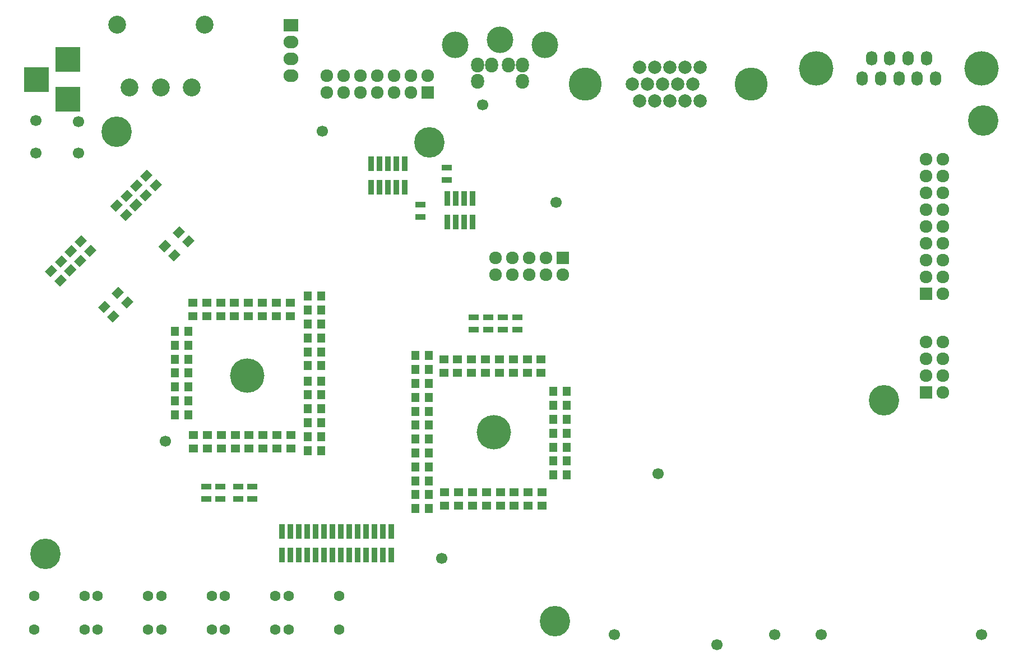
<source format=gbr>
G04 #@! TF.FileFunction,Soldermask,Bot*
%FSLAX46Y46*%
G04 Gerber Fmt 4.6, Leading zero omitted, Abs format (unit mm)*
G04 Created by KiCad (PCBNEW no-vcs-found-undefined) date Mon Oct 17 17:10:25 2016*
%MOMM*%
%LPD*%
G01*
G04 APERTURE LIST*
%ADD10C,0.100000*%
%ADD11C,5.201260*%
%ADD12O,1.701140X2.198980*%
%ADD13C,4.600000*%
%ADD14C,2.700000*%
%ADD15C,4.010000*%
%ADD16O,1.978000X2.232000*%
%ADD17R,1.450000X1.200000*%
%ADD18R,1.200000X1.450000*%
%ADD19R,3.700120X3.700120*%
%ADD20C,1.700000*%
%ADD21O,1.927200X1.927200*%
%ADD22R,1.927200X1.927200*%
%ADD23O,2.232000X1.927200*%
%ADD24R,2.232000X1.927200*%
%ADD25R,1.500000X0.900000*%
%ADD26R,0.850000X2.300000*%
%ADD27C,1.597000*%
%ADD28C,1.200000*%
%ADD29C,5.000000*%
%ADD30C,2.000000*%
%ADD31C,5.200000*%
G04 APERTURE END LIST*
D10*
D11*
X215894260Y-47762000D03*
D12*
X199244560Y-46243080D03*
X202015700Y-46243080D03*
X204784300Y-46243080D03*
X207555440Y-46243080D03*
X208939740Y-49280920D03*
X206171140Y-49280920D03*
X197860260Y-49280920D03*
X200628860Y-49280920D03*
X203400000Y-49280920D03*
D11*
X190905740Y-47762000D03*
D13*
X132450000Y-58950000D03*
X216090000Y-55680000D03*
X85190000Y-57340000D03*
X201170000Y-97930000D03*
X151430000Y-131260000D03*
X74490000Y-121120000D03*
D14*
X96600000Y-50700000D03*
X91900000Y-50700000D03*
X87200000Y-50700000D03*
X85295000Y-41170000D03*
X98505000Y-41170000D03*
D15*
X149910000Y-44260000D03*
X136390000Y-44260000D03*
D16*
X139750000Y-47250000D03*
X139750000Y-49750000D03*
X146550000Y-47250000D03*
D15*
X143150000Y-43450000D03*
D16*
X146550000Y-49750000D03*
X141850000Y-47250000D03*
X144450000Y-47250000D03*
D17*
X111440000Y-83200000D03*
X111440000Y-85200000D03*
X98940000Y-103200000D03*
X98940000Y-105200000D03*
D18*
X94040000Y-100100000D03*
X96040000Y-100100000D03*
X96040000Y-87500000D03*
X94040000Y-87500000D03*
X116140000Y-86400000D03*
X114140000Y-86400000D03*
D17*
X111540000Y-105200000D03*
X111540000Y-103200000D03*
X100940000Y-83200000D03*
X100940000Y-85200000D03*
D18*
X96040000Y-98000000D03*
X94040000Y-98000000D03*
D17*
X96840000Y-103200000D03*
X96840000Y-105200000D03*
X103040000Y-85200000D03*
X103040000Y-83200000D03*
D18*
X114140000Y-97100000D03*
X116140000Y-97100000D03*
X116140000Y-84300000D03*
X114140000Y-84300000D03*
X116140000Y-99200000D03*
X114140000Y-99200000D03*
X116140000Y-105500000D03*
X114140000Y-105500000D03*
D17*
X107240000Y-83200000D03*
X107240000Y-85200000D03*
X105140000Y-85200000D03*
X105140000Y-83200000D03*
D18*
X114140000Y-82200000D03*
X116140000Y-82200000D03*
D17*
X109340000Y-85200000D03*
X109340000Y-83200000D03*
D18*
X116140000Y-92700000D03*
X114140000Y-92700000D03*
D17*
X98840000Y-83200000D03*
X98840000Y-85200000D03*
D18*
X114140000Y-95000000D03*
X116140000Y-95000000D03*
X116140000Y-88500000D03*
X114140000Y-88500000D03*
D17*
X109440000Y-103200000D03*
X109440000Y-105200000D03*
D18*
X114140000Y-90600000D03*
X116140000Y-90600000D03*
D17*
X101040000Y-105200000D03*
X101040000Y-103200000D03*
D18*
X116140000Y-101300000D03*
X114140000Y-101300000D03*
D17*
X103140000Y-103200000D03*
X103140000Y-105200000D03*
X107340000Y-105200000D03*
X107340000Y-103200000D03*
D18*
X114140000Y-103400000D03*
X116140000Y-103400000D03*
D17*
X105240000Y-103200000D03*
X105240000Y-105200000D03*
D18*
X94040000Y-95900000D03*
X96040000Y-95900000D03*
X96040000Y-93800000D03*
X94040000Y-93800000D03*
X96040000Y-91700000D03*
X94040000Y-91700000D03*
X94040000Y-89600000D03*
X96040000Y-89600000D03*
D17*
X141100000Y-111800000D03*
X141100000Y-113800000D03*
X147250000Y-91725000D03*
X147250000Y-93725000D03*
X134650000Y-93725000D03*
X134650000Y-91725000D03*
X149500000Y-113800000D03*
X149500000Y-111800000D03*
X147400000Y-111800000D03*
X147400000Y-113800000D03*
X149350000Y-93725000D03*
X149350000Y-91725000D03*
D18*
X151200000Y-102900000D03*
X153200000Y-102900000D03*
D17*
X136750000Y-91725000D03*
X136750000Y-93725000D03*
X134800000Y-113800000D03*
X134800000Y-111800000D03*
D18*
X153200000Y-100800000D03*
X151200000Y-100800000D03*
D17*
X138850000Y-91725000D03*
X138850000Y-93725000D03*
D18*
X151200000Y-98700000D03*
X153200000Y-98700000D03*
D17*
X140950000Y-93725000D03*
X140950000Y-91725000D03*
D18*
X151200000Y-109200000D03*
X153200000Y-109200000D03*
X151200000Y-107100000D03*
X153200000Y-107100000D03*
X130375000Y-112175000D03*
X132375000Y-112175000D03*
X153200000Y-96600000D03*
X151200000Y-96600000D03*
X153200000Y-105000000D03*
X151200000Y-105000000D03*
D17*
X143050000Y-93725000D03*
X143050000Y-91725000D03*
D18*
X132375000Y-110075000D03*
X130375000Y-110075000D03*
D17*
X145150000Y-91725000D03*
X145150000Y-93725000D03*
D18*
X132375000Y-107975000D03*
X130375000Y-107975000D03*
X130375000Y-95375000D03*
X132375000Y-95375000D03*
X130375000Y-105875000D03*
X132375000Y-105875000D03*
D17*
X143200000Y-111800000D03*
X143200000Y-113800000D03*
X145300000Y-113800000D03*
X145300000Y-111800000D03*
D18*
X132375000Y-103775000D03*
X130375000Y-103775000D03*
X130375000Y-93275000D03*
X132375000Y-93275000D03*
X130375000Y-101675000D03*
X132375000Y-101675000D03*
D17*
X136900000Y-113800000D03*
X136900000Y-111800000D03*
X139000000Y-111800000D03*
X139000000Y-113800000D03*
D18*
X130375000Y-99575000D03*
X132375000Y-99575000D03*
X132375000Y-97475000D03*
X130375000Y-97475000D03*
D19*
X73151000Y-49450400D03*
X77850000Y-46450660D03*
X77850000Y-52450140D03*
D20*
X184650000Y-133300000D03*
X160450000Y-133300000D03*
X191650000Y-133300000D03*
X215850000Y-133300000D03*
D21*
X210040000Y-61530000D03*
X207500000Y-61530000D03*
X210040000Y-64070000D03*
X207500000Y-64070000D03*
X210040000Y-66610000D03*
X207500000Y-66610000D03*
X210040000Y-69150000D03*
X207500000Y-69150000D03*
X210040000Y-71690000D03*
X207500000Y-71690000D03*
X210040000Y-74230000D03*
X207500000Y-74230000D03*
X210040000Y-76770000D03*
X207500000Y-76770000D03*
X210040000Y-79310000D03*
X207500000Y-79310000D03*
X210040000Y-81850000D03*
D22*
X207500000Y-81850000D03*
D21*
X117010000Y-48860000D03*
X117010000Y-51400000D03*
X119550000Y-48860000D03*
X119550000Y-51400000D03*
X122090000Y-48860000D03*
X122090000Y-51400000D03*
X124630000Y-48860000D03*
X124630000Y-51400000D03*
X127170000Y-48860000D03*
X127170000Y-51400000D03*
X129710000Y-48860000D03*
X129710000Y-51400000D03*
X132250000Y-48860000D03*
D22*
X132250000Y-51400000D03*
D23*
X111600000Y-48920000D03*
X111600000Y-46380000D03*
X111600000Y-43840000D03*
D24*
X111600000Y-41300000D03*
D25*
X105700000Y-110950000D03*
X105700000Y-112850000D03*
X103600000Y-112850000D03*
X103600000Y-110950000D03*
X131100000Y-70250000D03*
X131100000Y-68350000D03*
X98800000Y-110950000D03*
X98800000Y-112850000D03*
X100900000Y-112850000D03*
X100900000Y-110950000D03*
X145800000Y-85350000D03*
X145800000Y-87250000D03*
X143600000Y-87250000D03*
X143600000Y-85350000D03*
X135100000Y-62750000D03*
X135100000Y-64650000D03*
X139200000Y-85350000D03*
X139200000Y-87250000D03*
X141400000Y-87250000D03*
X141400000Y-85350000D03*
D20*
X92580000Y-104100000D03*
X175900000Y-134800000D03*
X151600000Y-68000000D03*
X73000000Y-55700000D03*
X79500000Y-55800000D03*
X79500000Y-60600000D03*
X73000000Y-60600000D03*
X134300000Y-121800000D03*
X140500000Y-53300000D03*
X116300000Y-57300000D03*
X167000000Y-109000000D03*
D26*
X123670000Y-62222000D03*
X123670000Y-65778000D03*
X124940000Y-62222000D03*
X124940000Y-65778000D03*
X126210000Y-62222000D03*
X126210000Y-65778000D03*
X127480000Y-62222000D03*
X127480000Y-65778000D03*
X128750000Y-62222000D03*
X128750000Y-65778000D03*
X138960000Y-70978000D03*
X138960000Y-67422000D03*
X137690000Y-70978000D03*
X137690000Y-67422000D03*
X136420000Y-70978000D03*
X136420000Y-67422000D03*
X135150000Y-70978000D03*
X135150000Y-67422000D03*
X126760000Y-121278000D03*
X126760000Y-117722000D03*
X125490000Y-121278000D03*
X125490000Y-117722000D03*
X124220000Y-121278000D03*
X124220000Y-117722000D03*
X122950000Y-121278000D03*
X122950000Y-117722000D03*
X121680000Y-121278000D03*
X121680000Y-117722000D03*
X120410000Y-121278000D03*
X120410000Y-117722000D03*
X119140000Y-121278000D03*
X119140000Y-117722000D03*
X117870000Y-121278000D03*
X117870000Y-117722000D03*
X116600000Y-121278000D03*
X116600000Y-117722000D03*
X115330000Y-121278000D03*
X115330000Y-117722000D03*
X114060000Y-121278000D03*
X114060000Y-117722000D03*
X112790000Y-121278000D03*
X112790000Y-117722000D03*
X111520000Y-121278000D03*
X111520000Y-117722000D03*
X110250000Y-121278000D03*
X110250000Y-117722000D03*
D27*
X72790000Y-132540000D03*
X72790000Y-127460000D03*
X80410000Y-132540000D03*
X80410000Y-127460000D03*
X90010000Y-127460000D03*
X90010000Y-132540000D03*
X82390000Y-127460000D03*
X82390000Y-132540000D03*
X109210000Y-127460000D03*
X109210000Y-132540000D03*
X101590000Y-127460000D03*
X101590000Y-132540000D03*
X118810000Y-127460000D03*
X118810000Y-132540000D03*
X111190000Y-127460000D03*
X111190000Y-132540000D03*
X91990000Y-132540000D03*
X91990000Y-127460000D03*
X99610000Y-132540000D03*
X99610000Y-127460000D03*
D17*
X96740000Y-83200000D03*
X96740000Y-85200000D03*
D18*
X132375000Y-91175000D03*
X130375000Y-91175000D03*
X132375000Y-114275000D03*
X130375000Y-114275000D03*
D28*
X76747107Y-79807107D03*
D10*
G36*
X75810191Y-79895495D02*
X76835495Y-78870191D01*
X77684023Y-79718719D01*
X76658719Y-80744023D01*
X75810191Y-79895495D01*
X75810191Y-79895495D01*
G37*
D28*
X75332893Y-78392893D03*
D10*
G36*
X74395977Y-78481281D02*
X75421281Y-77455977D01*
X76269809Y-78304505D01*
X75244505Y-79329809D01*
X74395977Y-78481281D01*
X74395977Y-78481281D01*
G37*
D28*
X88147107Y-68407107D03*
D10*
G36*
X87210191Y-68495495D02*
X88235495Y-67470191D01*
X89084023Y-68318719D01*
X88058719Y-69344023D01*
X87210191Y-68495495D01*
X87210191Y-68495495D01*
G37*
D28*
X86732893Y-66992893D03*
D10*
G36*
X85795977Y-67081281D02*
X86821281Y-66055977D01*
X87669809Y-66904505D01*
X86644505Y-67929809D01*
X85795977Y-67081281D01*
X85795977Y-67081281D01*
G37*
D28*
X79832893Y-73892893D03*
D10*
G36*
X78895977Y-73981281D02*
X79921281Y-72955977D01*
X80769809Y-73804505D01*
X79744505Y-74829809D01*
X78895977Y-73981281D01*
X78895977Y-73981281D01*
G37*
D28*
X81247107Y-75307107D03*
D10*
G36*
X80310191Y-75395495D02*
X81335495Y-74370191D01*
X82184023Y-75218719D01*
X81158719Y-76244023D01*
X80310191Y-75395495D01*
X80310191Y-75395495D01*
G37*
D28*
X79747107Y-76807107D03*
D10*
G36*
X78810191Y-76895495D02*
X79835495Y-75870191D01*
X80684023Y-76718719D01*
X79658719Y-77744023D01*
X78810191Y-76895495D01*
X78810191Y-76895495D01*
G37*
D28*
X78332893Y-75392893D03*
D10*
G36*
X77395977Y-75481281D02*
X78421281Y-74455977D01*
X79269809Y-75304505D01*
X78244505Y-76329809D01*
X77395977Y-75481281D01*
X77395977Y-75481281D01*
G37*
D28*
X86647107Y-69907107D03*
D10*
G36*
X85710191Y-69995495D02*
X86735495Y-68970191D01*
X87584023Y-69818719D01*
X86558719Y-70844023D01*
X85710191Y-69995495D01*
X85710191Y-69995495D01*
G37*
D28*
X85232893Y-68492893D03*
D10*
G36*
X84295977Y-68581281D02*
X85321281Y-67555977D01*
X86169809Y-68404505D01*
X85144505Y-69429809D01*
X84295977Y-68581281D01*
X84295977Y-68581281D01*
G37*
D28*
X89647107Y-66907107D03*
D10*
G36*
X88710191Y-66995495D02*
X89735495Y-65970191D01*
X90584023Y-66818719D01*
X89558719Y-67844023D01*
X88710191Y-66995495D01*
X88710191Y-66995495D01*
G37*
D28*
X88232893Y-65492893D03*
D10*
G36*
X87295977Y-65581281D02*
X88321281Y-64555977D01*
X89169809Y-65404505D01*
X88144505Y-66429809D01*
X87295977Y-65581281D01*
X87295977Y-65581281D01*
G37*
D28*
X91147107Y-65407107D03*
D10*
G36*
X90210191Y-65495495D02*
X91235495Y-64470191D01*
X92084023Y-65318719D01*
X91058719Y-66344023D01*
X90210191Y-65495495D01*
X90210191Y-65495495D01*
G37*
D28*
X89732893Y-63992893D03*
D10*
G36*
X88795977Y-64081281D02*
X89821281Y-63055977D01*
X90669809Y-63904505D01*
X89644505Y-64929809D01*
X88795977Y-64081281D01*
X88795977Y-64081281D01*
G37*
D28*
X94632893Y-72492893D03*
D10*
G36*
X93695977Y-72581281D02*
X94721281Y-71555977D01*
X95569809Y-72404505D01*
X94544505Y-73429809D01*
X93695977Y-72581281D01*
X93695977Y-72581281D01*
G37*
D28*
X96047107Y-73907107D03*
D10*
G36*
X95110191Y-73995495D02*
X96135495Y-72970191D01*
X96984023Y-73818719D01*
X95958719Y-74844023D01*
X95110191Y-73995495D01*
X95110191Y-73995495D01*
G37*
D28*
X76832893Y-76892893D03*
D10*
G36*
X75895977Y-76981281D02*
X76921281Y-75955977D01*
X77769809Y-76804505D01*
X76744505Y-77829809D01*
X75895977Y-76981281D01*
X75895977Y-76981281D01*
G37*
D28*
X78247107Y-78307107D03*
D10*
G36*
X77310191Y-78395495D02*
X78335495Y-77370191D01*
X79184023Y-78218719D01*
X78158719Y-79244023D01*
X77310191Y-78395495D01*
X77310191Y-78395495D01*
G37*
D28*
X84747107Y-85207107D03*
D10*
G36*
X83810191Y-85295495D02*
X84835495Y-84270191D01*
X85684023Y-85118719D01*
X84658719Y-86144023D01*
X83810191Y-85295495D01*
X83810191Y-85295495D01*
G37*
D28*
X83332893Y-83792893D03*
D10*
G36*
X82395977Y-83881281D02*
X83421281Y-82855977D01*
X84269809Y-83704505D01*
X83244505Y-84729809D01*
X82395977Y-83881281D01*
X82395977Y-83881281D01*
G37*
D28*
X92532893Y-74592893D03*
D10*
G36*
X91595977Y-74681281D02*
X92621281Y-73655977D01*
X93469809Y-74504505D01*
X92444505Y-75529809D01*
X91595977Y-74681281D01*
X91595977Y-74681281D01*
G37*
D28*
X93947107Y-76007107D03*
D10*
G36*
X93010191Y-76095495D02*
X94035495Y-75070191D01*
X94884023Y-75918719D01*
X93858719Y-76944023D01*
X93010191Y-76095495D01*
X93010191Y-76095495D01*
G37*
D28*
X86847107Y-83107107D03*
D10*
G36*
X85910191Y-83195495D02*
X86935495Y-82170191D01*
X87784023Y-83018719D01*
X86758719Y-84044023D01*
X85910191Y-83195495D01*
X85910191Y-83195495D01*
G37*
D28*
X85432893Y-81692893D03*
D10*
G36*
X84495977Y-81781281D02*
X85521281Y-80755977D01*
X86369809Y-81604505D01*
X85344505Y-82629809D01*
X84495977Y-81781281D01*
X84495977Y-81781281D01*
G37*
D29*
X156050000Y-50180000D03*
X181040000Y-50180000D03*
D30*
X164230000Y-52730000D03*
X173390000Y-47650000D03*
X171100000Y-47650000D03*
X168810000Y-47650000D03*
X166520000Y-47650000D03*
X164230000Y-47650000D03*
X172250000Y-50190000D03*
X169960000Y-50190000D03*
X167670000Y-50190000D03*
X165380000Y-50190000D03*
X163090000Y-50190000D03*
X173390000Y-52730000D03*
X171100000Y-52730000D03*
X168810000Y-52730000D03*
X166520000Y-52730000D03*
D21*
X142440000Y-78940000D03*
X142440000Y-76400000D03*
X144980000Y-78940000D03*
X144980000Y-76400000D03*
X147520000Y-78940000D03*
X147520000Y-76400000D03*
X150060000Y-78940000D03*
X150060000Y-76400000D03*
X152600000Y-78940000D03*
D22*
X152600000Y-76400000D03*
D21*
X210040000Y-89080000D03*
X207500000Y-89080000D03*
X210040000Y-91620000D03*
X207500000Y-91620000D03*
X210040000Y-94160000D03*
X207500000Y-94160000D03*
X210040000Y-96700000D03*
D22*
X207500000Y-96700000D03*
D31*
X104990000Y-94200000D03*
X142200000Y-102700000D03*
M02*

</source>
